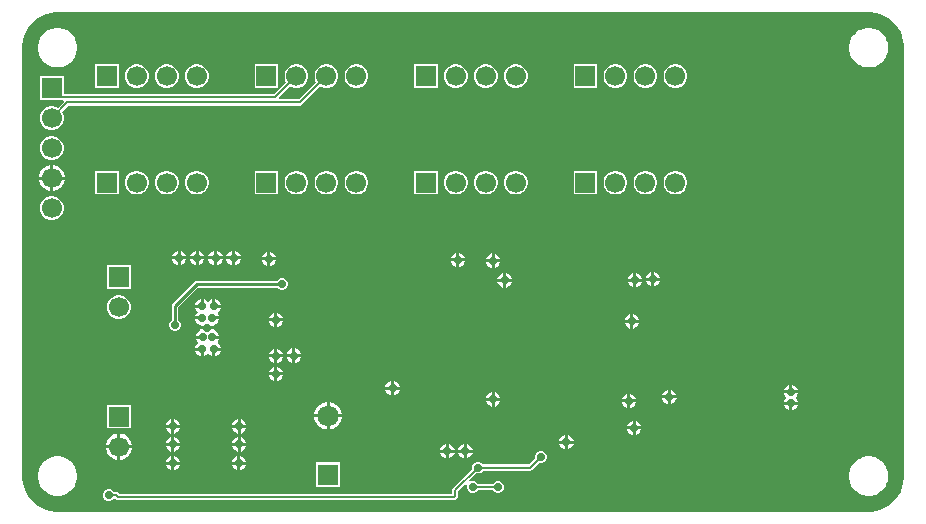
<source format=gbl>
G04*
G04 #@! TF.GenerationSoftware,Altium Limited,Altium Designer,24.0.1 (36)*
G04*
G04 Layer_Physical_Order=2*
G04 Layer_Color=12517376*
%FSLAX44Y44*%
%MOMM*%
G71*
G04*
G04 #@! TF.SameCoordinates,3FE1674D-11C2-4531-B8C6-FC8791136C40*
G04*
G04*
G04 #@! TF.FilePolarity,Positive*
G04*
G01*
G75*
%ADD10C,0.2540*%
%ADD15C,0.2032*%
%ADD46R,1.8000X1.8000*%
%ADD47C,1.8000*%
%ADD48C,1.7000*%
%ADD49R,1.7000X1.7000*%
%ADD50R,1.7000X1.7000*%
%ADD51C,0.7000*%
G36*
X1191833Y781197D02*
X1195632Y780179D01*
X1199265Y778674D01*
X1202671Y776708D01*
X1205791Y774314D01*
X1208572Y771533D01*
X1210966Y768413D01*
X1212932Y765007D01*
X1214437Y761374D01*
X1215455Y757575D01*
X1215968Y753676D01*
X1215968Y751710D01*
X1215968Y751710D01*
X1215968Y751710D01*
X1215968Y389020D01*
Y387053D01*
X1215455Y383154D01*
X1214437Y379356D01*
X1212932Y375723D01*
X1210966Y372317D01*
X1208572Y369197D01*
X1205791Y366416D01*
X1202671Y364022D01*
X1199265Y362056D01*
X1195632Y360551D01*
X1191833Y359533D01*
X1187934Y359020D01*
X1185968Y359020D01*
X499180Y359020D01*
X497214D01*
X493315Y359533D01*
X489516Y360551D01*
X485883Y362056D01*
X482477Y364022D01*
X479357Y366416D01*
X476577Y369197D01*
X474183Y372317D01*
X472216Y375723D01*
X470711Y379356D01*
X469693Y383154D01*
X469180Y387053D01*
Y389020D01*
X469180Y751710D01*
Y753676D01*
X469693Y757575D01*
X470711Y761374D01*
X472216Y765007D01*
X474183Y768413D01*
X476576Y771533D01*
X479357Y774314D01*
X482477Y776708D01*
X485883Y778674D01*
X489516Y780179D01*
X493315Y781197D01*
X497214Y781710D01*
X499180Y781710D01*
X499180Y781710D01*
X1185968Y781710D01*
X1187934D01*
X1191833Y781197D01*
D02*
G37*
%LPC*%
G36*
X1187445Y768360D02*
X1184491D01*
X1184334Y768295D01*
X1184169Y768328D01*
X1181271Y767751D01*
X1181130Y767658D01*
X1180961D01*
X1178232Y766527D01*
X1178112Y766407D01*
X1177946Y766374D01*
X1175490Y764733D01*
X1175396Y764592D01*
X1175240Y764528D01*
X1173150Y762438D01*
X1173086Y762282D01*
X1172945Y762188D01*
X1171304Y759732D01*
X1171271Y759566D01*
X1171151Y759446D01*
X1170021Y756717D01*
Y756548D01*
X1169927Y756407D01*
X1169350Y753509D01*
X1169383Y753344D01*
X1169318Y753187D01*
Y750233D01*
X1169383Y750077D01*
X1169350Y749911D01*
X1169927Y747013D01*
X1170021Y746872D01*
Y746703D01*
X1171151Y743974D01*
X1171271Y743854D01*
X1171304Y743688D01*
X1172945Y741232D01*
X1173086Y741138D01*
X1173150Y740982D01*
X1175240Y738892D01*
X1175396Y738828D01*
X1175490Y738687D01*
X1177946Y737046D01*
X1178112Y737013D01*
X1178232Y736893D01*
X1180961Y735762D01*
X1181130D01*
X1181271Y735669D01*
X1184169Y735092D01*
X1184334Y735125D01*
X1184491Y735061D01*
X1187445D01*
X1187601Y735125D01*
X1187767Y735092D01*
X1190665Y735669D01*
X1190806Y735762D01*
X1190975D01*
X1193704Y736893D01*
X1193824Y737013D01*
X1193990Y737046D01*
X1196446Y738687D01*
X1196540Y738828D01*
X1196696Y738892D01*
X1198786Y740982D01*
X1198850Y741138D01*
X1198991Y741232D01*
X1200632Y743688D01*
X1200665Y743854D01*
X1200785Y743974D01*
X1201916Y746703D01*
Y746872D01*
X1202010Y747013D01*
X1202586Y749911D01*
X1202553Y750077D01*
X1202618Y750233D01*
Y753187D01*
X1202553Y753344D01*
X1202586Y753509D01*
X1202010Y756407D01*
X1201916Y756548D01*
Y756717D01*
X1200785Y759446D01*
X1200665Y759566D01*
X1200632Y759732D01*
X1198991Y762188D01*
X1198850Y762282D01*
X1198786Y762438D01*
X1196696Y764528D01*
X1196540Y764592D01*
X1196446Y764733D01*
X1193990Y766374D01*
X1193824Y766407D01*
X1193704Y766527D01*
X1190975Y767658D01*
X1190806D01*
X1190665Y767751D01*
X1187767Y768328D01*
X1187601Y768295D01*
X1187445Y768360D01*
D02*
G37*
G36*
X500658Y768360D02*
X497703D01*
X497547Y768295D01*
X497381Y768328D01*
X494483Y767751D01*
X494342Y767658D01*
X494174D01*
X491444Y766527D01*
X491324Y766407D01*
X491158Y766374D01*
X488702Y764733D01*
X488608Y764592D01*
X488452Y764528D01*
X486362Y762438D01*
X486298Y762282D01*
X486157Y762188D01*
X484516Y759732D01*
X484483Y759566D01*
X484363Y759446D01*
X483233Y756717D01*
Y756548D01*
X483139Y756407D01*
X482562Y753509D01*
X482595Y753344D01*
X482531Y753187D01*
Y750233D01*
X482595Y750077D01*
X482562Y749911D01*
X483139Y747013D01*
X483233Y746872D01*
Y746703D01*
X484363Y743974D01*
X484483Y743854D01*
X484516Y743688D01*
X486157Y741232D01*
X486298Y741138D01*
X486362Y740982D01*
X488452Y738892D01*
X488608Y738828D01*
X488702Y738687D01*
X491158Y737046D01*
X491324Y737013D01*
X491444Y736893D01*
X494174Y735762D01*
X494342D01*
X494483Y735669D01*
X497381Y735092D01*
X497547Y735125D01*
X497703Y735061D01*
X500658D01*
X500814Y735125D01*
X500979Y735092D01*
X503877Y735669D01*
X504018Y735762D01*
X504187D01*
X506917Y736893D01*
X507036Y737013D01*
X507202Y737046D01*
X509659Y738687D01*
X509752Y738828D01*
X509908Y738892D01*
X511998Y740982D01*
X512062Y741138D01*
X512203Y741232D01*
X513844Y743688D01*
X513877Y743854D01*
X513997Y743974D01*
X515128Y746703D01*
Y746872D01*
X515222Y747013D01*
X515798Y749911D01*
X515765Y750077D01*
X515830Y750233D01*
Y753187D01*
X515765Y753344D01*
X515798Y753509D01*
X515222Y756407D01*
X515128Y756548D01*
Y756717D01*
X513997Y759446D01*
X513877Y759566D01*
X513844Y759732D01*
X512203Y762188D01*
X512062Y762282D01*
X511998Y762438D01*
X509908Y764528D01*
X509752Y764592D01*
X509659Y764733D01*
X507202Y766374D01*
X507036Y766407D01*
X506917Y766527D01*
X504187Y767658D01*
X504018D01*
X503877Y767751D01*
X500979Y768328D01*
X500814Y768295D01*
X500658Y768360D01*
D02*
G37*
G36*
X1023670Y737734D02*
X1021030D01*
X1018481Y737051D01*
X1016195Y735731D01*
X1014329Y733865D01*
X1013009Y731579D01*
X1012326Y729030D01*
Y726390D01*
X1013009Y723841D01*
X1014329Y721555D01*
X1016195Y719689D01*
X1018481Y718369D01*
X1021030Y717686D01*
X1023670D01*
X1026219Y718369D01*
X1028505Y719689D01*
X1030371Y721555D01*
X1031691Y723841D01*
X1032374Y726390D01*
Y729030D01*
X1031691Y731579D01*
X1030371Y733865D01*
X1028505Y735731D01*
X1026219Y737051D01*
X1023670Y737734D01*
D02*
G37*
G36*
X998270D02*
X995630D01*
X993081Y737051D01*
X990795Y735731D01*
X988929Y733865D01*
X987609Y731579D01*
X986926Y729030D01*
Y726390D01*
X987609Y723841D01*
X988929Y721555D01*
X990795Y719689D01*
X993081Y718369D01*
X995630Y717686D01*
X998270D01*
X1000819Y718369D01*
X1003105Y719689D01*
X1004971Y721555D01*
X1006291Y723841D01*
X1006974Y726390D01*
Y729030D01*
X1006291Y731579D01*
X1004971Y733865D01*
X1003105Y735731D01*
X1000819Y737051D01*
X998270Y737734D01*
D02*
G37*
G36*
X972870D02*
X970230D01*
X967681Y737051D01*
X965395Y735731D01*
X963529Y733865D01*
X962209Y731579D01*
X961526Y729030D01*
Y726390D01*
X962209Y723841D01*
X963529Y721555D01*
X965395Y719689D01*
X967681Y718369D01*
X970230Y717686D01*
X972870D01*
X975419Y718369D01*
X977705Y719689D01*
X979571Y721555D01*
X980891Y723841D01*
X981574Y726390D01*
Y729030D01*
X980891Y731579D01*
X979571Y733865D01*
X977705Y735731D01*
X975419Y737051D01*
X972870Y737734D01*
D02*
G37*
G36*
X956174D02*
X936126D01*
Y717686D01*
X956174D01*
Y737734D01*
D02*
G37*
G36*
X888626D02*
X885987D01*
X883438Y737051D01*
X881152Y735731D01*
X879286Y733865D01*
X877966Y731579D01*
X877283Y729030D01*
Y726390D01*
X877966Y723841D01*
X879286Y721555D01*
X881152Y719689D01*
X883438Y718369D01*
X885987Y717686D01*
X888626D01*
X891176Y718369D01*
X893462Y719689D01*
X895328Y721555D01*
X896647Y723841D01*
X897331Y726390D01*
Y729030D01*
X896647Y731579D01*
X895328Y733865D01*
X893462Y735731D01*
X891176Y737051D01*
X888626Y737734D01*
D02*
G37*
G36*
X863226D02*
X860587D01*
X858037Y737051D01*
X855752Y735731D01*
X853885Y733865D01*
X852566Y731579D01*
X851883Y729030D01*
Y726390D01*
X852566Y723841D01*
X853885Y721555D01*
X855752Y719689D01*
X858037Y718369D01*
X860587Y717686D01*
X863226D01*
X865776Y718369D01*
X868062Y719689D01*
X869928Y721555D01*
X871247Y723841D01*
X871931Y726390D01*
Y729030D01*
X871247Y731579D01*
X869928Y733865D01*
X868062Y735731D01*
X865776Y737051D01*
X863226Y737734D01*
D02*
G37*
G36*
X837826D02*
X835187D01*
X832637Y737051D01*
X830352Y735731D01*
X828485Y733865D01*
X827166Y731579D01*
X826483Y729030D01*
Y726390D01*
X827166Y723841D01*
X828485Y721555D01*
X830352Y719689D01*
X832637Y718369D01*
X835187Y717686D01*
X837826D01*
X840376Y718369D01*
X842662Y719689D01*
X844528Y721555D01*
X845847Y723841D01*
X846531Y726390D01*
Y729030D01*
X845847Y731579D01*
X844528Y733865D01*
X842662Y735731D01*
X840376Y737051D01*
X837826Y737734D01*
D02*
G37*
G36*
X821131D02*
X801083D01*
Y717686D01*
X821131D01*
Y737734D01*
D02*
G37*
G36*
X753583D02*
X750944D01*
X748394Y737051D01*
X746108Y735731D01*
X744242Y733865D01*
X742923Y731579D01*
X742239Y729030D01*
Y726390D01*
X742923Y723841D01*
X744242Y721555D01*
X746108Y719689D01*
X748394Y718369D01*
X750944Y717686D01*
X753583D01*
X756132Y718369D01*
X758418Y719689D01*
X760285Y721555D01*
X761604Y723841D01*
X762287Y726390D01*
Y729030D01*
X761604Y731579D01*
X760285Y733865D01*
X758418Y735731D01*
X756132Y737051D01*
X753583Y737734D01*
D02*
G37*
G36*
X728183D02*
X725544D01*
X722994Y737051D01*
X720708Y735731D01*
X718842Y733865D01*
X717523Y731579D01*
X716839Y729030D01*
Y726390D01*
X717523Y723841D01*
X718185Y722694D01*
X703439Y707948D01*
X687023D01*
X686537Y709121D01*
X696447Y719031D01*
X697594Y718369D01*
X700144Y717686D01*
X702783D01*
X705332Y718369D01*
X707618Y719689D01*
X709484Y721555D01*
X710804Y723841D01*
X711487Y726390D01*
Y729030D01*
X710804Y731579D01*
X709484Y733865D01*
X707618Y735731D01*
X705332Y737051D01*
X702783Y737734D01*
X700144D01*
X697594Y737051D01*
X695309Y735731D01*
X693442Y733865D01*
X692122Y731579D01*
X691439Y729030D01*
Y726390D01*
X692122Y723841D01*
X692785Y722694D01*
X687061Y716970D01*
X686087Y717793D01*
X686087Y718912D01*
Y737734D01*
X666039D01*
Y717686D01*
X684822D01*
X685981Y717686D01*
X686804Y716713D01*
X682357Y712266D01*
X504308D01*
Y727574D01*
X484260D01*
Y707526D01*
X501518D01*
X501641Y707502D01*
X501967Y707283D01*
X502958Y707086D01*
X503898D01*
X504384Y705913D01*
X499300Y700829D01*
X498153Y701491D01*
X495604Y702174D01*
X492964D01*
X490415Y701491D01*
X488129Y700171D01*
X486263Y698305D01*
X484943Y696019D01*
X484260Y693470D01*
Y690830D01*
X484943Y688281D01*
X486263Y685995D01*
X488129Y684129D01*
X490415Y682809D01*
X492964Y682126D01*
X495604D01*
X498153Y682809D01*
X500439Y684129D01*
X502305Y685995D01*
X503625Y688281D01*
X504308Y690830D01*
Y693470D01*
X503625Y696019D01*
X502963Y697166D01*
X508565Y702768D01*
X704511D01*
X705502Y702965D01*
X706343Y703527D01*
X721847Y719031D01*
X722994Y718369D01*
X725544Y717686D01*
X728183D01*
X730732Y718369D01*
X733018Y719689D01*
X734884Y721555D01*
X736204Y723841D01*
X736887Y726390D01*
Y729030D01*
X736204Y731579D01*
X734884Y733865D01*
X733018Y735731D01*
X730732Y737051D01*
X728183Y737734D01*
D02*
G37*
G36*
X618540D02*
X615900D01*
X613351Y737051D01*
X611065Y735731D01*
X609199Y733865D01*
X607879Y731579D01*
X607196Y729030D01*
Y726390D01*
X607879Y723841D01*
X609199Y721555D01*
X611065Y719689D01*
X613351Y718369D01*
X615900Y717686D01*
X618540D01*
X621089Y718369D01*
X623375Y719689D01*
X625241Y721555D01*
X626561Y723841D01*
X627244Y726390D01*
Y729030D01*
X626561Y731579D01*
X625241Y733865D01*
X623375Y735731D01*
X621089Y737051D01*
X618540Y737734D01*
D02*
G37*
G36*
X593140D02*
X590500D01*
X587951Y737051D01*
X585665Y735731D01*
X583799Y733865D01*
X582479Y731579D01*
X581796Y729030D01*
Y726390D01*
X582479Y723841D01*
X583799Y721555D01*
X585665Y719689D01*
X587951Y718369D01*
X590500Y717686D01*
X593140D01*
X595689Y718369D01*
X597975Y719689D01*
X599841Y721555D01*
X601161Y723841D01*
X601844Y726390D01*
Y729030D01*
X601161Y731579D01*
X599841Y733865D01*
X597975Y735731D01*
X595689Y737051D01*
X593140Y737734D01*
D02*
G37*
G36*
X567740D02*
X565100D01*
X562551Y737051D01*
X560265Y735731D01*
X558399Y733865D01*
X557079Y731579D01*
X556396Y729030D01*
Y726390D01*
X557079Y723841D01*
X558399Y721555D01*
X560265Y719689D01*
X562551Y718369D01*
X565100Y717686D01*
X567740D01*
X570289Y718369D01*
X572575Y719689D01*
X574441Y721555D01*
X575761Y723841D01*
X576444Y726390D01*
Y729030D01*
X575761Y731579D01*
X574441Y733865D01*
X572575Y735731D01*
X570289Y737051D01*
X567740Y737734D01*
D02*
G37*
G36*
X551044D02*
X530996D01*
Y717686D01*
X551044D01*
Y737734D01*
D02*
G37*
G36*
X495604Y676774D02*
X492964D01*
X490415Y676091D01*
X488129Y674771D01*
X486263Y672905D01*
X484943Y670619D01*
X484260Y668070D01*
Y665430D01*
X484943Y662881D01*
X486263Y660595D01*
X488129Y658729D01*
X490415Y657409D01*
X492964Y656726D01*
X495604D01*
X498153Y657409D01*
X500439Y658729D01*
X502305Y660595D01*
X503625Y662881D01*
X504308Y665430D01*
Y668070D01*
X503625Y670619D01*
X502305Y672905D01*
X500439Y674771D01*
X498153Y676091D01*
X495604Y676774D01*
D02*
G37*
G36*
X495737Y652390D02*
X495554D01*
Y642620D01*
X505324D01*
Y642803D01*
X504572Y645611D01*
X503118Y648129D01*
X501063Y650184D01*
X498545Y651638D01*
X495737Y652390D01*
D02*
G37*
G36*
X493014D02*
X492831D01*
X490023Y651638D01*
X487505Y650184D01*
X485450Y648129D01*
X483996Y645611D01*
X483244Y642803D01*
Y642620D01*
X493014D01*
Y652390D01*
D02*
G37*
G36*
X505324Y640080D02*
X495554D01*
Y630310D01*
X495737D01*
X498545Y631062D01*
X501063Y632516D01*
X503118Y634571D01*
X504572Y637089D01*
X505324Y639897D01*
Y640080D01*
D02*
G37*
G36*
X493014D02*
X483244D01*
Y639897D01*
X483996Y637089D01*
X485450Y634571D01*
X487505Y632516D01*
X490023Y631062D01*
X492831Y630310D01*
X493014D01*
Y640080D01*
D02*
G37*
G36*
X1023670Y647564D02*
X1021030D01*
X1018481Y646881D01*
X1016195Y645561D01*
X1014329Y643695D01*
X1013009Y641409D01*
X1012326Y638860D01*
Y636220D01*
X1013009Y633671D01*
X1014329Y631385D01*
X1016195Y629519D01*
X1018481Y628199D01*
X1021030Y627516D01*
X1023670D01*
X1026219Y628199D01*
X1028505Y629519D01*
X1030371Y631385D01*
X1031691Y633671D01*
X1032374Y636220D01*
Y638860D01*
X1031691Y641409D01*
X1030371Y643695D01*
X1028505Y645561D01*
X1026219Y646881D01*
X1023670Y647564D01*
D02*
G37*
G36*
X998270D02*
X995630D01*
X993081Y646881D01*
X990795Y645561D01*
X988929Y643695D01*
X987609Y641409D01*
X986926Y638860D01*
Y636220D01*
X987609Y633671D01*
X988929Y631385D01*
X990795Y629519D01*
X993081Y628199D01*
X995630Y627516D01*
X998270D01*
X1000819Y628199D01*
X1003105Y629519D01*
X1004971Y631385D01*
X1006291Y633671D01*
X1006974Y636220D01*
Y638860D01*
X1006291Y641409D01*
X1004971Y643695D01*
X1003105Y645561D01*
X1000819Y646881D01*
X998270Y647564D01*
D02*
G37*
G36*
X972870D02*
X970230D01*
X967681Y646881D01*
X965395Y645561D01*
X963529Y643695D01*
X962209Y641409D01*
X961526Y638860D01*
Y636220D01*
X962209Y633671D01*
X963529Y631385D01*
X965395Y629519D01*
X967681Y628199D01*
X970230Y627516D01*
X972870D01*
X975419Y628199D01*
X977705Y629519D01*
X979571Y631385D01*
X980891Y633671D01*
X981574Y636220D01*
Y638860D01*
X980891Y641409D01*
X979571Y643695D01*
X977705Y645561D01*
X975419Y646881D01*
X972870Y647564D01*
D02*
G37*
G36*
X956174D02*
X936126D01*
Y627516D01*
X956174D01*
Y647564D01*
D02*
G37*
G36*
X888626D02*
X885987D01*
X883438Y646881D01*
X881152Y645561D01*
X879286Y643695D01*
X877966Y641409D01*
X877283Y638860D01*
Y636220D01*
X877966Y633671D01*
X879286Y631385D01*
X881152Y629519D01*
X883438Y628199D01*
X885987Y627516D01*
X888626D01*
X891176Y628199D01*
X893462Y629519D01*
X895328Y631385D01*
X896647Y633671D01*
X897331Y636220D01*
Y638860D01*
X896647Y641409D01*
X895328Y643695D01*
X893462Y645561D01*
X891176Y646881D01*
X888626Y647564D01*
D02*
G37*
G36*
X863226D02*
X860587D01*
X858037Y646881D01*
X855752Y645561D01*
X853885Y643695D01*
X852566Y641409D01*
X851883Y638860D01*
Y636220D01*
X852566Y633671D01*
X853885Y631385D01*
X855752Y629519D01*
X858037Y628199D01*
X860587Y627516D01*
X863226D01*
X865776Y628199D01*
X868062Y629519D01*
X869928Y631385D01*
X871247Y633671D01*
X871931Y636220D01*
Y638860D01*
X871247Y641409D01*
X869928Y643695D01*
X868062Y645561D01*
X865776Y646881D01*
X863226Y647564D01*
D02*
G37*
G36*
X837826D02*
X835187D01*
X832637Y646881D01*
X830352Y645561D01*
X828485Y643695D01*
X827166Y641409D01*
X826483Y638860D01*
Y636220D01*
X827166Y633671D01*
X828485Y631385D01*
X830352Y629519D01*
X832637Y628199D01*
X835187Y627516D01*
X837826D01*
X840376Y628199D01*
X842662Y629519D01*
X844528Y631385D01*
X845847Y633671D01*
X846531Y636220D01*
Y638860D01*
X845847Y641409D01*
X844528Y643695D01*
X842662Y645561D01*
X840376Y646881D01*
X837826Y647564D01*
D02*
G37*
G36*
X821131D02*
X801083D01*
Y627516D01*
X821131D01*
Y647564D01*
D02*
G37*
G36*
X753583D02*
X750944D01*
X748394Y646881D01*
X746108Y645561D01*
X744242Y643695D01*
X742923Y641409D01*
X742239Y638860D01*
Y636220D01*
X742923Y633671D01*
X744242Y631385D01*
X746108Y629519D01*
X748394Y628199D01*
X750944Y627516D01*
X753583D01*
X756132Y628199D01*
X758418Y629519D01*
X760285Y631385D01*
X761604Y633671D01*
X762287Y636220D01*
Y638860D01*
X761604Y641409D01*
X760285Y643695D01*
X758418Y645561D01*
X756132Y646881D01*
X753583Y647564D01*
D02*
G37*
G36*
X728183D02*
X725544D01*
X722994Y646881D01*
X720708Y645561D01*
X718842Y643695D01*
X717523Y641409D01*
X716839Y638860D01*
Y636220D01*
X717523Y633671D01*
X718842Y631385D01*
X720708Y629519D01*
X722994Y628199D01*
X725544Y627516D01*
X728183D01*
X730732Y628199D01*
X733018Y629519D01*
X734884Y631385D01*
X736204Y633671D01*
X736887Y636220D01*
Y638860D01*
X736204Y641409D01*
X734884Y643695D01*
X733018Y645561D01*
X730732Y646881D01*
X728183Y647564D01*
D02*
G37*
G36*
X702783D02*
X700144D01*
X697594Y646881D01*
X695309Y645561D01*
X693442Y643695D01*
X692122Y641409D01*
X691439Y638860D01*
Y636220D01*
X692122Y633671D01*
X693442Y631385D01*
X695309Y629519D01*
X697594Y628199D01*
X700144Y627516D01*
X702783D01*
X705332Y628199D01*
X707618Y629519D01*
X709484Y631385D01*
X710804Y633671D01*
X711487Y636220D01*
Y638860D01*
X710804Y641409D01*
X709484Y643695D01*
X707618Y645561D01*
X705332Y646881D01*
X702783Y647564D01*
D02*
G37*
G36*
X686087D02*
X666039D01*
Y627516D01*
X686087D01*
Y647564D01*
D02*
G37*
G36*
X618540D02*
X615900D01*
X613351Y646881D01*
X611065Y645561D01*
X609199Y643695D01*
X607879Y641409D01*
X607196Y638860D01*
Y636220D01*
X607879Y633671D01*
X609199Y631385D01*
X611065Y629519D01*
X613351Y628199D01*
X615900Y627516D01*
X618540D01*
X621089Y628199D01*
X623375Y629519D01*
X625241Y631385D01*
X626561Y633671D01*
X627244Y636220D01*
Y638860D01*
X626561Y641409D01*
X625241Y643695D01*
X623375Y645561D01*
X621089Y646881D01*
X618540Y647564D01*
D02*
G37*
G36*
X593140D02*
X590500D01*
X587951Y646881D01*
X585665Y645561D01*
X583799Y643695D01*
X582479Y641409D01*
X581796Y638860D01*
Y636220D01*
X582479Y633671D01*
X583799Y631385D01*
X585665Y629519D01*
X587951Y628199D01*
X590500Y627516D01*
X593140D01*
X595689Y628199D01*
X597975Y629519D01*
X599841Y631385D01*
X601161Y633671D01*
X601844Y636220D01*
Y638860D01*
X601161Y641409D01*
X599841Y643695D01*
X597975Y645561D01*
X595689Y646881D01*
X593140Y647564D01*
D02*
G37*
G36*
X567740D02*
X565100D01*
X562551Y646881D01*
X560265Y645561D01*
X558399Y643695D01*
X557079Y641409D01*
X556396Y638860D01*
Y636220D01*
X557079Y633671D01*
X558399Y631385D01*
X560265Y629519D01*
X562551Y628199D01*
X565100Y627516D01*
X567740D01*
X570289Y628199D01*
X572575Y629519D01*
X574441Y631385D01*
X575761Y633671D01*
X576444Y636220D01*
Y638860D01*
X575761Y641409D01*
X574441Y643695D01*
X572575Y645561D01*
X570289Y646881D01*
X567740Y647564D01*
D02*
G37*
G36*
X551044D02*
X530996D01*
Y627516D01*
X551044D01*
Y647564D01*
D02*
G37*
G36*
X495604Y625974D02*
X492964D01*
X490415Y625291D01*
X488129Y623971D01*
X486263Y622105D01*
X484943Y619819D01*
X484260Y617270D01*
Y614630D01*
X484943Y612081D01*
X486263Y609795D01*
X488129Y607929D01*
X490415Y606609D01*
X492964Y605926D01*
X495604D01*
X498153Y606609D01*
X500439Y607929D01*
X502305Y609795D01*
X503625Y612081D01*
X504308Y614630D01*
Y617270D01*
X503625Y619819D01*
X502305Y622105D01*
X500439Y623971D01*
X498153Y625291D01*
X495604Y625974D01*
D02*
G37*
G36*
X649478Y579798D02*
Y575056D01*
X654220D01*
X653328Y577207D01*
X651629Y578907D01*
X649478Y579798D01*
D02*
G37*
G36*
X646938D02*
X644787Y578907D01*
X643087Y577207D01*
X642196Y575056D01*
X646938D01*
Y579798D01*
D02*
G37*
G36*
X634238D02*
Y575056D01*
X638980D01*
X638088Y577207D01*
X636389Y578907D01*
X634238Y579798D01*
D02*
G37*
G36*
X631698D02*
X629547Y578907D01*
X627848Y577207D01*
X626956Y575056D01*
X631698D01*
Y579798D01*
D02*
G37*
G36*
X618744D02*
Y575056D01*
X623486D01*
X622594Y577207D01*
X620895Y578907D01*
X618744Y579798D01*
D02*
G37*
G36*
X616204D02*
X614053Y578907D01*
X612354Y577207D01*
X611462Y575056D01*
X616204D01*
Y579798D01*
D02*
G37*
G36*
X603504D02*
Y575056D01*
X608246D01*
X607355Y577207D01*
X605655Y578907D01*
X603504Y579798D01*
D02*
G37*
G36*
X600964D02*
X598813Y578907D01*
X597113Y577207D01*
X596222Y575056D01*
X600964D01*
Y579798D01*
D02*
G37*
G36*
X679196Y579152D02*
Y574410D01*
X683938D01*
X683046Y576561D01*
X681347Y578260D01*
X679196Y579152D01*
D02*
G37*
G36*
X676656D02*
X674505Y578260D01*
X672806Y576561D01*
X671914Y574410D01*
X676656D01*
Y579152D01*
D02*
G37*
G36*
X839216Y578020D02*
Y573278D01*
X843958D01*
X843066Y575429D01*
X841367Y577128D01*
X839216Y578020D01*
D02*
G37*
G36*
X836676D02*
X834525Y577128D01*
X832825Y575429D01*
X831934Y573278D01*
X836676D01*
Y578020D01*
D02*
G37*
G36*
X869442Y577512D02*
Y572770D01*
X874184D01*
X873292Y574921D01*
X871593Y576620D01*
X869442Y577512D01*
D02*
G37*
G36*
X866902D02*
X864751Y576620D01*
X863052Y574921D01*
X862160Y572770D01*
X866902D01*
Y577512D01*
D02*
G37*
G36*
X654220Y572516D02*
X649478D01*
Y567774D01*
X651629Y568666D01*
X653328Y570365D01*
X654220Y572516D01*
D02*
G37*
G36*
X646938D02*
X642196D01*
X643087Y570365D01*
X644787Y568666D01*
X646938Y567774D01*
Y572516D01*
D02*
G37*
G36*
X638980D02*
X634238D01*
Y567774D01*
X636389Y568666D01*
X638088Y570365D01*
X638980Y572516D01*
D02*
G37*
G36*
X631698D02*
X626956D01*
X627848Y570365D01*
X629547Y568666D01*
X631698Y567774D01*
Y572516D01*
D02*
G37*
G36*
X623486D02*
X618744D01*
Y567774D01*
X620895Y568666D01*
X622594Y570365D01*
X623486Y572516D01*
D02*
G37*
G36*
X616204D02*
X611462D01*
X612354Y570365D01*
X614053Y568666D01*
X616204Y567774D01*
Y572516D01*
D02*
G37*
G36*
X608246D02*
X603504D01*
Y567774D01*
X605655Y568666D01*
X607355Y570365D01*
X608246Y572516D01*
D02*
G37*
G36*
X600964D02*
X596222D01*
X597113Y570365D01*
X598813Y568666D01*
X600964Y567774D01*
Y572516D01*
D02*
G37*
G36*
X683938Y571870D02*
X679196D01*
Y567128D01*
X681347Y568019D01*
X683046Y569719D01*
X683938Y571870D01*
D02*
G37*
G36*
X676656D02*
X671914D01*
X672806Y569719D01*
X674505Y568019D01*
X676656Y567128D01*
Y571870D01*
D02*
G37*
G36*
X843958Y570738D02*
X839216D01*
Y565996D01*
X841367Y566888D01*
X843066Y568587D01*
X843958Y570738D01*
D02*
G37*
G36*
X836676D02*
X831934D01*
X832825Y568587D01*
X834525Y566888D01*
X836676Y565996D01*
Y570738D01*
D02*
G37*
G36*
X874184Y570230D02*
X869442D01*
Y565488D01*
X871593Y566380D01*
X873292Y568079D01*
X874184Y570230D01*
D02*
G37*
G36*
X866902D02*
X862160D01*
X863052Y568079D01*
X864751Y566380D01*
X866902Y565488D01*
Y570230D01*
D02*
G37*
G36*
X1004316Y561764D02*
Y557022D01*
X1009058D01*
X1008167Y559173D01*
X1006467Y560872D01*
X1004316Y561764D01*
D02*
G37*
G36*
X1001776D02*
X999625Y560872D01*
X997925Y559173D01*
X997034Y557022D01*
X1001776D01*
Y561764D01*
D02*
G37*
G36*
X989330Y561002D02*
Y556260D01*
X994072D01*
X993180Y558411D01*
X991481Y560111D01*
X989330Y561002D01*
D02*
G37*
G36*
X986790D02*
X984639Y560111D01*
X982940Y558411D01*
X982048Y556260D01*
X986790D01*
Y561002D01*
D02*
G37*
G36*
X878979Y560683D02*
Y555942D01*
X883721D01*
X882830Y558093D01*
X881130Y559792D01*
X878979Y560683D01*
D02*
G37*
G36*
X876439D02*
X874288Y559792D01*
X872589Y558093D01*
X871697Y555942D01*
X876439D01*
Y560683D01*
D02*
G37*
G36*
X690355Y556458D02*
X688357D01*
X686510Y555693D01*
X685100Y554283D01*
X616966D01*
X616966Y554283D01*
X615876Y554066D01*
X614952Y553448D01*
X614952Y553448D01*
X596664Y535160D01*
X596046Y534236D01*
X595829Y533146D01*
X595829Y533146D01*
Y521146D01*
X594419Y519736D01*
X593654Y517889D01*
Y515891D01*
X594419Y514044D01*
X595832Y512631D01*
X597679Y511866D01*
X599677D01*
X601524Y512631D01*
X602937Y514044D01*
X603702Y515891D01*
Y517889D01*
X602937Y519736D01*
X601527Y521146D01*
Y531966D01*
X618146Y548585D01*
X685100D01*
X686510Y547175D01*
X688357Y546410D01*
X690355D01*
X692202Y547175D01*
X693615Y548588D01*
X694380Y550435D01*
Y552433D01*
X693615Y554280D01*
X692202Y555693D01*
X690355Y556458D01*
D02*
G37*
G36*
X1009058Y554482D02*
X1004316D01*
Y549740D01*
X1006467Y550631D01*
X1008167Y552331D01*
X1009058Y554482D01*
D02*
G37*
G36*
X1001776D02*
X997034D01*
X997925Y552331D01*
X999625Y550631D01*
X1001776Y549740D01*
Y554482D01*
D02*
G37*
G36*
X994072Y553720D02*
X989330D01*
Y548978D01*
X991481Y549869D01*
X993180Y551569D01*
X994072Y553720D01*
D02*
G37*
G36*
X986790D02*
X982048D01*
X982940Y551569D01*
X984639Y549869D01*
X986790Y548978D01*
Y553720D01*
D02*
G37*
G36*
X883721Y553402D02*
X878979D01*
Y548660D01*
X881130Y549551D01*
X882830Y551250D01*
X883721Y553402D01*
D02*
G37*
G36*
X876439D02*
X871697D01*
X872589Y551250D01*
X874288Y549551D01*
X876439Y548660D01*
Y553402D01*
D02*
G37*
G36*
X561204Y567554D02*
X541156D01*
Y547506D01*
X561204D01*
Y567554D01*
D02*
G37*
G36*
X630401Y538991D02*
X628250Y538100D01*
X626771Y536622D01*
X625293Y538100D01*
X623141Y538991D01*
Y532980D01*
X621871D01*
Y531710D01*
X615860D01*
X616751Y529558D01*
X618160Y528149D01*
X616671Y526661D01*
X615780Y524510D01*
X621792D01*
Y521970D01*
X615780D01*
X616671Y519819D01*
X618371Y518120D01*
X620378Y517288D01*
X619860Y516038D01*
X631883D01*
X631413Y517172D01*
X633087Y517865D01*
X634786Y519565D01*
X635678Y521716D01*
X629666D01*
Y524256D01*
X635678D01*
X634786Y526407D01*
X634658Y526536D01*
X634905Y527782D01*
X635092Y527859D01*
X636791Y529558D01*
X637682Y531710D01*
X631671D01*
Y532980D01*
X630401D01*
Y538991D01*
D02*
G37*
G36*
X632941D02*
Y534250D01*
X637682D01*
X636791Y536401D01*
X635092Y538100D01*
X632941Y538991D01*
D02*
G37*
G36*
X620601D02*
X618450Y538100D01*
X616751Y536401D01*
X615860Y534250D01*
X620601D01*
Y538991D01*
D02*
G37*
G36*
X685408Y527220D02*
Y522478D01*
X690150D01*
X689258Y524629D01*
X687559Y526329D01*
X685408Y527220D01*
D02*
G37*
G36*
X682868D02*
X680717Y526329D01*
X679017Y524629D01*
X678126Y522478D01*
X682868D01*
Y527220D01*
D02*
G37*
G36*
X552500Y542154D02*
X549860D01*
X547311Y541471D01*
X545025Y540151D01*
X543159Y538285D01*
X541839Y535999D01*
X541156Y533450D01*
Y530810D01*
X541839Y528261D01*
X543159Y525975D01*
X545025Y524109D01*
X547311Y522789D01*
X549860Y522106D01*
X552500D01*
X555049Y522789D01*
X557335Y524109D01*
X559201Y525975D01*
X560521Y528261D01*
X561204Y530810D01*
Y533450D01*
X560521Y535999D01*
X559201Y538285D01*
X557335Y540151D01*
X555049Y541471D01*
X552500Y542154D01*
D02*
G37*
G36*
X986790Y525962D02*
Y521220D01*
X991532D01*
X990640Y523371D01*
X988941Y525070D01*
X986790Y525962D01*
D02*
G37*
G36*
X984250D02*
X982099Y525070D01*
X980399Y523371D01*
X979508Y521220D01*
X984250D01*
Y525962D01*
D02*
G37*
G36*
X690150Y519938D02*
X685408D01*
Y515196D01*
X687559Y516087D01*
X689258Y517787D01*
X690150Y519938D01*
D02*
G37*
G36*
X682868D02*
X678126D01*
X679017Y517787D01*
X680717Y516087D01*
X682868Y515196D01*
Y519938D01*
D02*
G37*
G36*
X991532Y518680D02*
X986790D01*
Y513938D01*
X988941Y514830D01*
X990640Y516529D01*
X991532Y518680D01*
D02*
G37*
G36*
X984250D02*
X979508D01*
X980399Y516529D01*
X982099Y514830D01*
X984250Y513938D01*
Y518680D01*
D02*
G37*
G36*
X700648Y497110D02*
Y492368D01*
X705390D01*
X704499Y494519D01*
X702799Y496218D01*
X700648Y497110D01*
D02*
G37*
G36*
X698108D02*
X695957Y496218D01*
X694258Y494519D01*
X693366Y492368D01*
X698108D01*
Y497110D01*
D02*
G37*
G36*
X685408Y496740D02*
Y491998D01*
X690150D01*
X689258Y494149D01*
X687559Y495849D01*
X685408Y496740D01*
D02*
G37*
G36*
X682868D02*
X680717Y495849D01*
X679017Y494149D01*
X678126Y491998D01*
X682868D01*
Y496740D01*
D02*
G37*
G36*
X637682Y495286D02*
X632941D01*
Y490544D01*
X635092Y491435D01*
X636791Y493134D01*
X637682Y495286D01*
D02*
G37*
G36*
X631883Y513498D02*
X619860D01*
X620261Y512528D01*
X618625Y511851D01*
X616926Y510151D01*
X616034Y508000D01*
X622046D01*
Y505460D01*
X616034D01*
X616926Y503309D01*
X618468Y501766D01*
X618450Y501676D01*
X616751Y499977D01*
X615860Y497826D01*
X621871D01*
Y496556D01*
X623141D01*
Y490544D01*
X625293Y491435D01*
X626771Y492914D01*
X628250Y491435D01*
X630401Y490544D01*
Y496556D01*
X631671D01*
Y497826D01*
X637682D01*
X636791Y499977D01*
X635092Y501676D01*
X634957Y501732D01*
X634710Y502978D01*
X634786Y503055D01*
X635678Y505206D01*
X629666D01*
Y507746D01*
X635678D01*
X634786Y509897D01*
X633087Y511596D01*
X631387Y512301D01*
X631883Y513498D01*
D02*
G37*
G36*
X620601Y495286D02*
X615860D01*
X616751Y493134D01*
X618450Y491435D01*
X620601Y490544D01*
Y495286D01*
D02*
G37*
G36*
X705390Y489828D02*
X700648D01*
Y485086D01*
X702799Y485978D01*
X704499Y487677D01*
X705390Y489828D01*
D02*
G37*
G36*
X698108D02*
X693366D01*
X694258Y487677D01*
X695957Y485978D01*
X698108Y485086D01*
Y489828D01*
D02*
G37*
G36*
X690150Y489458D02*
X685408D01*
Y484716D01*
X687559Y485607D01*
X689258Y487307D01*
X690150Y489458D01*
D02*
G37*
G36*
X682868D02*
X678126D01*
X679017Y487307D01*
X680717Y485607D01*
X682868Y484716D01*
Y489458D01*
D02*
G37*
G36*
X685408Y481500D02*
Y476758D01*
X690150D01*
X689258Y478909D01*
X687559Y480608D01*
X685408Y481500D01*
D02*
G37*
G36*
X682868D02*
X680717Y480608D01*
X679017Y478909D01*
X678126Y476758D01*
X682868D01*
Y481500D01*
D02*
G37*
G36*
X690150Y474218D02*
X685408D01*
Y469476D01*
X687559Y470368D01*
X689258Y472067D01*
X690150Y474218D01*
D02*
G37*
G36*
X682868D02*
X678126D01*
X679017Y472067D01*
X680717Y470368D01*
X682868Y469476D01*
Y474218D01*
D02*
G37*
G36*
X784098Y469562D02*
Y464820D01*
X788840D01*
X787949Y466971D01*
X786249Y468671D01*
X784098Y469562D01*
D02*
G37*
G36*
X781558D02*
X779407Y468671D01*
X777708Y466971D01*
X776816Y464820D01*
X781558D01*
Y469562D01*
D02*
G37*
G36*
X1121156Y466514D02*
Y461772D01*
X1125898D01*
X1125006Y463923D01*
X1123307Y465622D01*
X1121156Y466514D01*
D02*
G37*
G36*
X1118616D02*
X1116465Y465622D01*
X1114765Y463923D01*
X1113874Y461772D01*
X1118616D01*
Y466514D01*
D02*
G37*
G36*
X788840Y462280D02*
X784098D01*
Y457538D01*
X786249Y458429D01*
X787949Y460129D01*
X788840Y462280D01*
D02*
G37*
G36*
X781558D02*
X776816D01*
X777708Y460129D01*
X779407Y458429D01*
X781558Y457538D01*
Y462280D01*
D02*
G37*
G36*
X1018540Y462196D02*
Y457454D01*
X1023282D01*
X1022391Y459605D01*
X1020691Y461305D01*
X1018540Y462196D01*
D02*
G37*
G36*
X1016000D02*
X1013849Y461305D01*
X1012150Y459605D01*
X1011258Y457454D01*
X1016000D01*
Y462196D01*
D02*
G37*
G36*
X869442Y459910D02*
Y455168D01*
X874184D01*
X873292Y457319D01*
X871593Y459019D01*
X869442Y459910D01*
D02*
G37*
G36*
X866902D02*
X864751Y459019D01*
X863052Y457319D01*
X862160Y455168D01*
X866902D01*
Y459910D01*
D02*
G37*
G36*
X984250Y458628D02*
Y453886D01*
X988992D01*
X988101Y456037D01*
X986401Y457736D01*
X984250Y458628D01*
D02*
G37*
G36*
X981710D02*
X979559Y457736D01*
X977859Y456037D01*
X976968Y453886D01*
X981710D01*
Y458628D01*
D02*
G37*
G36*
X1125898Y459232D02*
X1113874D01*
X1114765Y457081D01*
X1116297Y455549D01*
X1114765Y454017D01*
X1113874Y451866D01*
X1125898D01*
X1125006Y454017D01*
X1123475Y455549D01*
X1125006Y457081D01*
X1125898Y459232D01*
D02*
G37*
G36*
X1023282Y454914D02*
X1018540D01*
Y450172D01*
X1020691Y451063D01*
X1022391Y452763D01*
X1023282Y454914D01*
D02*
G37*
G36*
X1016000D02*
X1011258D01*
X1012150Y452763D01*
X1013849Y451063D01*
X1016000Y450172D01*
Y454914D01*
D02*
G37*
G36*
X874184Y452628D02*
X869442D01*
Y447886D01*
X871593Y448778D01*
X873292Y450477D01*
X874184Y452628D01*
D02*
G37*
G36*
X866902D02*
X862160D01*
X863052Y450477D01*
X864751Y448778D01*
X866902Y447886D01*
Y452628D01*
D02*
G37*
G36*
X988992Y451346D02*
X984250D01*
Y446604D01*
X986401Y447495D01*
X988101Y449195D01*
X988992Y451346D01*
D02*
G37*
G36*
X981710D02*
X976968D01*
X977859Y449195D01*
X979559Y447495D01*
X981710Y446604D01*
Y451346D01*
D02*
G37*
G36*
X1125898Y449326D02*
X1121156D01*
Y444584D01*
X1123307Y445476D01*
X1125006Y447175D01*
X1125898Y449326D01*
D02*
G37*
G36*
X1118616D02*
X1113874D01*
X1114765Y447175D01*
X1116465Y445476D01*
X1118616Y444584D01*
Y449326D01*
D02*
G37*
G36*
X729737Y451576D02*
X729488D01*
Y441306D01*
X739758D01*
Y441555D01*
X738971Y444490D01*
X737452Y447122D01*
X735304Y449270D01*
X732672Y450789D01*
X729737Y451576D01*
D02*
G37*
G36*
X726948D02*
X726699D01*
X723764Y450789D01*
X721132Y449270D01*
X718984Y447122D01*
X717465Y444490D01*
X716678Y441555D01*
Y441306D01*
X726948D01*
Y451576D01*
D02*
G37*
G36*
X654188Y437050D02*
Y432308D01*
X658930D01*
X658038Y434459D01*
X656339Y436158D01*
X654188Y437050D01*
D02*
G37*
G36*
X651648D02*
X649497Y436158D01*
X647797Y434459D01*
X646906Y432308D01*
X651648D01*
Y437050D01*
D02*
G37*
G36*
X598054D02*
Y432308D01*
X602796D01*
X601904Y434459D01*
X600205Y436158D01*
X598054Y437050D01*
D02*
G37*
G36*
X595514D02*
X593363Y436158D01*
X591664Y434459D01*
X590772Y432308D01*
X595514D01*
Y437050D01*
D02*
G37*
G36*
X988568Y435780D02*
Y431038D01*
X993310D01*
X992419Y433189D01*
X990719Y434888D01*
X988568Y435780D01*
D02*
G37*
G36*
X986028D02*
X983877Y434888D01*
X982178Y433189D01*
X981286Y431038D01*
X986028D01*
Y435780D01*
D02*
G37*
G36*
X561204Y449444D02*
X541156D01*
Y429396D01*
X561204D01*
Y449444D01*
D02*
G37*
G36*
X739758Y438766D02*
X729488D01*
Y428496D01*
X729737D01*
X732672Y429282D01*
X735304Y430802D01*
X737452Y432950D01*
X738971Y435582D01*
X739758Y438517D01*
Y438766D01*
D02*
G37*
G36*
X726948D02*
X716678D01*
Y438517D01*
X717465Y435582D01*
X718984Y432950D01*
X721132Y430802D01*
X723764Y429282D01*
X726699Y428496D01*
X726948D01*
Y438766D01*
D02*
G37*
G36*
X658930Y429768D02*
X654188D01*
Y425026D01*
X656339Y425918D01*
X658038Y427617D01*
X658930Y429768D01*
D02*
G37*
G36*
X651648D02*
X646906D01*
X647797Y427617D01*
X649497Y425918D01*
X651648Y425026D01*
Y429768D01*
D02*
G37*
G36*
X602796D02*
X598054D01*
Y425026D01*
X600205Y425918D01*
X601904Y427617D01*
X602796Y429768D01*
D02*
G37*
G36*
X595514D02*
X590772D01*
X591664Y427617D01*
X593363Y425918D01*
X595514Y425026D01*
Y429768D01*
D02*
G37*
G36*
X993310Y428498D02*
X988568D01*
Y423756D01*
X990719Y424647D01*
X992419Y426347D01*
X993310Y428498D01*
D02*
G37*
G36*
X986028D02*
X981286D01*
X982178Y426347D01*
X983877Y424647D01*
X986028Y423756D01*
Y428498D01*
D02*
G37*
G36*
X931347Y423847D02*
Y419105D01*
X936089D01*
X935198Y421256D01*
X933499Y422955D01*
X931347Y423847D01*
D02*
G37*
G36*
X928807D02*
X926656Y422955D01*
X924957Y421256D01*
X924066Y419105D01*
X928807D01*
Y423847D01*
D02*
G37*
G36*
X654188Y421810D02*
Y417068D01*
X658930D01*
X658038Y419219D01*
X656339Y420919D01*
X654188Y421810D01*
D02*
G37*
G36*
X651648D02*
X649497Y420919D01*
X647797Y419219D01*
X646906Y417068D01*
X651648D01*
Y421810D01*
D02*
G37*
G36*
X598054D02*
Y417068D01*
X602796D01*
X601904Y419219D01*
X600205Y420919D01*
X598054Y421810D01*
D02*
G37*
G36*
X595514D02*
X593363Y420919D01*
X591664Y419219D01*
X590772Y417068D01*
X595514D01*
Y421810D01*
D02*
G37*
G36*
X552633Y425060D02*
X552450D01*
Y415290D01*
X562220D01*
Y415473D01*
X561468Y418281D01*
X560014Y420799D01*
X557959Y422854D01*
X555441Y424308D01*
X552633Y425060D01*
D02*
G37*
G36*
X549910D02*
X549727D01*
X546919Y424308D01*
X544401Y422854D01*
X542346Y420799D01*
X540892Y418281D01*
X540140Y415473D01*
Y415290D01*
X549910D01*
Y425060D01*
D02*
G37*
G36*
X936089Y416565D02*
X931347D01*
Y411823D01*
X933499Y412715D01*
X935198Y414413D01*
X936089Y416565D01*
D02*
G37*
G36*
X928807D02*
X924066D01*
X924957Y414413D01*
X926656Y412715D01*
X928807Y411823D01*
Y416565D01*
D02*
G37*
G36*
X845820Y416084D02*
Y411342D01*
X850562D01*
X849670Y413493D01*
X847971Y415192D01*
X845820Y416084D01*
D02*
G37*
G36*
X843280D02*
X841129Y415192D01*
X839429Y413493D01*
X838538Y411342D01*
X843280D01*
Y416084D01*
D02*
G37*
G36*
X830580D02*
Y411342D01*
X835322D01*
X834430Y413493D01*
X832731Y415192D01*
X830580Y416084D01*
D02*
G37*
G36*
X828040D02*
X825889Y415192D01*
X824190Y413493D01*
X823298Y411342D01*
X828040D01*
Y416084D01*
D02*
G37*
G36*
X658930Y414528D02*
X654188D01*
Y409786D01*
X656339Y410677D01*
X658038Y412377D01*
X658930Y414528D01*
D02*
G37*
G36*
X651648D02*
X646906D01*
X647797Y412377D01*
X649497Y410677D01*
X651648Y409786D01*
Y414528D01*
D02*
G37*
G36*
X602796D02*
X598054D01*
Y409786D01*
X600205Y410677D01*
X601904Y412377D01*
X602796Y414528D01*
D02*
G37*
G36*
X595514D02*
X590772D01*
X591664Y412377D01*
X593363Y410677D01*
X595514Y409786D01*
Y414528D01*
D02*
G37*
G36*
X1187445Y405669D02*
X1184491D01*
X1184334Y405605D01*
X1184169Y405638D01*
X1181271Y405061D01*
X1181130Y404967D01*
X1180961D01*
X1178232Y403837D01*
X1178112Y403717D01*
X1177946Y403684D01*
X1175490Y402043D01*
X1175396Y401902D01*
X1175240Y401837D01*
X1173150Y399748D01*
X1173086Y399592D01*
X1172945Y399498D01*
X1171304Y397041D01*
X1171271Y396875D01*
X1171151Y396756D01*
X1170021Y394026D01*
Y393857D01*
X1169927Y393717D01*
X1169350Y390819D01*
X1169383Y390653D01*
X1169318Y390497D01*
Y387542D01*
X1169383Y387386D01*
X1169350Y387220D01*
X1169927Y384323D01*
X1170021Y384182D01*
Y384013D01*
X1171151Y381283D01*
X1171271Y381164D01*
X1171304Y380998D01*
X1172945Y378541D01*
X1173086Y378447D01*
X1173150Y378291D01*
X1175240Y376202D01*
X1175396Y376137D01*
X1175490Y375997D01*
X1177946Y374355D01*
X1178112Y374322D01*
X1178232Y374203D01*
X1180961Y373072D01*
X1181130D01*
X1181271Y372978D01*
X1184169Y372402D01*
X1184334Y372435D01*
X1184491Y372370D01*
X1187445D01*
X1187601Y372435D01*
X1187767Y372402D01*
X1190665Y372978D01*
X1190806Y373072D01*
X1190975D01*
X1193704Y374203D01*
X1193824Y374322D01*
X1193990Y374355D01*
X1196446Y375997D01*
X1196540Y376137D01*
X1196696Y376202D01*
X1198786Y378291D01*
X1198850Y378447D01*
X1198991Y378541D01*
X1200632Y380998D01*
X1200665Y381164D01*
X1200785Y381283D01*
X1201916Y384013D01*
Y384182D01*
X1202010Y384323D01*
X1202586Y387220D01*
X1202553Y387386D01*
X1202618Y387542D01*
Y390497D01*
X1202553Y390653D01*
X1202586Y390819D01*
X1202010Y393717D01*
X1201916Y393857D01*
Y394026D01*
X1200785Y396756D01*
X1200665Y396875D01*
X1200632Y397041D01*
X1198991Y399498D01*
X1198850Y399592D01*
X1198786Y399748D01*
X1196696Y401837D01*
X1196540Y401902D01*
X1196446Y402043D01*
X1193990Y403684D01*
X1193824Y403717D01*
X1193704Y403837D01*
X1190975Y404967D01*
X1190806D01*
X1190665Y405061D01*
X1187767Y405638D01*
X1187601Y405605D01*
X1187445Y405669D01*
D02*
G37*
G36*
X500658Y405669D02*
X497703D01*
X497547Y405605D01*
X497381Y405638D01*
X494483Y405061D01*
X494342Y404967D01*
X494174D01*
X491444Y403836D01*
X491324Y403717D01*
X491158Y403684D01*
X488702Y402042D01*
X488608Y401902D01*
X488452Y401837D01*
X486362Y399748D01*
X486298Y399592D01*
X486157Y399498D01*
X484516Y397041D01*
X484483Y396875D01*
X484363Y396756D01*
X483233Y394026D01*
Y393857D01*
X483139Y393717D01*
X482562Y390819D01*
X482595Y390653D01*
X482531Y390497D01*
Y387542D01*
X482595Y387386D01*
X482562Y387220D01*
X483139Y384322D01*
X483233Y384182D01*
Y384013D01*
X484363Y381283D01*
X484483Y381164D01*
X484516Y380998D01*
X486157Y378541D01*
X486298Y378447D01*
X486362Y378291D01*
X488452Y376202D01*
X488608Y376137D01*
X488702Y375997D01*
X491158Y374355D01*
X491324Y374322D01*
X491444Y374203D01*
X494174Y373072D01*
X494342D01*
X494483Y372978D01*
X497381Y372402D01*
X497547Y372435D01*
X497703Y372370D01*
X500658D01*
X500814Y372435D01*
X500979Y372402D01*
X503877Y372978D01*
X504018Y373072D01*
X504187D01*
X506917Y374203D01*
X507036Y374322D01*
X507202Y374355D01*
X509659Y375997D01*
X509752Y376137D01*
X509908Y376202D01*
X511998Y378291D01*
X512062Y378447D01*
X512203Y378541D01*
X513844Y380998D01*
X513877Y381164D01*
X513997Y381283D01*
X515128Y384013D01*
Y384182D01*
X515222Y384322D01*
X515798Y387220D01*
X515765Y387386D01*
X515830Y387542D01*
Y390497D01*
X515765Y390653D01*
X515798Y390819D01*
X515222Y393717D01*
X515128Y393857D01*
Y394026D01*
X513997Y396756D01*
X513877Y396875D01*
X513844Y397041D01*
X512203Y399498D01*
X512062Y399592D01*
X511998Y399748D01*
X509908Y401837D01*
X509752Y401902D01*
X509659Y402042D01*
X507202Y403684D01*
X507036Y403717D01*
X506917Y403836D01*
X504187Y404967D01*
X504018D01*
X503877Y405061D01*
X500979Y405638D01*
X500814Y405605D01*
X500658Y405669D01*
D02*
G37*
G36*
X850562Y408802D02*
X845820D01*
Y404060D01*
X847971Y404952D01*
X849670Y406651D01*
X850562Y408802D01*
D02*
G37*
G36*
X843280D02*
X838538D01*
X839429Y406651D01*
X841129Y404952D01*
X843280Y404060D01*
Y408802D01*
D02*
G37*
G36*
X835322D02*
X830580D01*
Y404060D01*
X832731Y404952D01*
X834430Y406651D01*
X835322Y408802D01*
D02*
G37*
G36*
X828040D02*
X823298D01*
X824190Y406651D01*
X825889Y404952D01*
X828040Y404060D01*
Y408802D01*
D02*
G37*
G36*
X562220Y412750D02*
X552450D01*
Y402980D01*
X552633D01*
X555441Y403732D01*
X557959Y405186D01*
X560014Y407241D01*
X561468Y409759D01*
X562220Y412567D01*
Y412750D01*
D02*
G37*
G36*
X549910D02*
X540140D01*
Y412567D01*
X540892Y409759D01*
X542346Y407241D01*
X544401Y405186D01*
X546919Y403732D01*
X549727Y402980D01*
X549910D01*
Y412750D01*
D02*
G37*
G36*
X654050Y406062D02*
Y401320D01*
X658792D01*
X657900Y403471D01*
X656201Y405171D01*
X654050Y406062D01*
D02*
G37*
G36*
X651510D02*
X649359Y405171D01*
X647660Y403471D01*
X646768Y401320D01*
X651510D01*
Y406062D01*
D02*
G37*
G36*
X598170D02*
Y401320D01*
X602912D01*
X602020Y403471D01*
X600321Y405171D01*
X598170Y406062D01*
D02*
G37*
G36*
X595630D02*
X593479Y405171D01*
X591780Y403471D01*
X590888Y401320D01*
X595630D01*
Y406062D01*
D02*
G37*
G36*
X909303Y410154D02*
X907305D01*
X905458Y409389D01*
X904045Y407976D01*
X903280Y406129D01*
Y404131D01*
X903386Y403875D01*
X898341Y398830D01*
X859385D01*
X859279Y399086D01*
X857866Y400499D01*
X856019Y401264D01*
X854021D01*
X852174Y400499D01*
X850761Y399086D01*
X849996Y397239D01*
Y395241D01*
X850102Y394985D01*
X834083Y378965D01*
X833521Y378125D01*
X833324Y377134D01*
Y373938D01*
X551709D01*
X550943Y374703D01*
X550103Y375265D01*
X549112Y375462D01*
X546909D01*
X546803Y375718D01*
X545390Y377131D01*
X543543Y377896D01*
X541545D01*
X539698Y377131D01*
X538285Y375718D01*
X537520Y373871D01*
Y371873D01*
X538285Y370026D01*
X539698Y368613D01*
X541545Y367848D01*
X543543D01*
X545390Y368613D01*
X546803Y370026D01*
X546839Y370113D01*
X548083Y370239D01*
X548805Y369517D01*
X549645Y368955D01*
X550636Y368758D01*
X834724D01*
X835715Y368955D01*
X836555Y369517D01*
X837745Y370707D01*
X838307Y371547D01*
X838504Y372538D01*
Y376061D01*
X845008Y382565D01*
X846085Y381846D01*
X845622Y380729D01*
Y378731D01*
X846387Y376884D01*
X847800Y375471D01*
X849647Y374706D01*
X851645D01*
X853492Y375471D01*
X854905Y376884D01*
X854959Y377013D01*
X867818D01*
X867977Y376630D01*
X869390Y375217D01*
X871237Y374452D01*
X873235D01*
X875082Y375217D01*
X876495Y376630D01*
X877260Y378477D01*
Y380475D01*
X876495Y382322D01*
X875082Y383735D01*
X873235Y384500D01*
X871237D01*
X869390Y383735D01*
X867977Y382322D01*
X867923Y382193D01*
X855064D01*
X854905Y382576D01*
X853492Y383989D01*
X851645Y384754D01*
X849647D01*
X848530Y384291D01*
X847811Y385368D01*
X853764Y391322D01*
X854021Y391216D01*
X856019D01*
X857866Y391981D01*
X859279Y393394D01*
X859385Y393650D01*
X899414D01*
X900405Y393847D01*
X901245Y394409D01*
X907049Y400212D01*
X907305Y400106D01*
X909303D01*
X911150Y400871D01*
X912563Y402284D01*
X913328Y404131D01*
Y406129D01*
X912563Y407976D01*
X911150Y409389D01*
X909303Y410154D01*
D02*
G37*
G36*
X658792Y398780D02*
X654050D01*
Y394038D01*
X656201Y394930D01*
X657900Y396629D01*
X658792Y398780D01*
D02*
G37*
G36*
X651510D02*
X646768D01*
X647660Y396629D01*
X649359Y394930D01*
X651510Y394038D01*
Y398780D01*
D02*
G37*
G36*
X602912D02*
X598170D01*
Y394038D01*
X600321Y394930D01*
X602020Y396629D01*
X602912Y398780D01*
D02*
G37*
G36*
X595630D02*
X590888D01*
X591780Y396629D01*
X593479Y394930D01*
X595630Y394038D01*
Y398780D01*
D02*
G37*
G36*
X738742Y400560D02*
X717694D01*
Y379512D01*
X738742D01*
Y400560D01*
D02*
G37*
%LPD*%
D10*
X598678Y516890D02*
Y533146D01*
X616966Y551434D02*
X689356D01*
X598678Y533146D02*
X616966Y551434D01*
D15*
X494284Y717550D02*
X501768Y710066D01*
X502958Y709676D02*
X683429D01*
X502568Y710066D02*
X502958Y709676D01*
X501768Y710066D02*
X502568D01*
X507492Y705358D02*
X704511D01*
X494284Y692150D02*
X507492Y705358D01*
X542544Y372872D02*
X549112D01*
X550636Y371348D01*
X834724D01*
X835914Y372538D01*
Y377134D01*
X855020Y396240D01*
X704511Y705358D02*
X726863Y727710D01*
X683429Y709676D02*
X701463Y727710D01*
X855020Y396240D02*
X899414D01*
X908304Y405130D01*
X850646Y379730D02*
X850773Y379603D01*
X872109D01*
X872236Y379476D01*
D46*
X728218Y390036D02*
D03*
D47*
Y440036D02*
D03*
D48*
X494284Y615950D02*
D03*
Y641350D02*
D03*
Y666750D02*
D03*
Y692150D02*
D03*
X617220Y637540D02*
D03*
X591820D02*
D03*
X566420D02*
D03*
X1022350D02*
D03*
X996950D02*
D03*
X971550D02*
D03*
X551180Y532130D02*
D03*
X617220Y727710D02*
D03*
X591820D02*
D03*
X566420D02*
D03*
X1022350D02*
D03*
X996950D02*
D03*
X971550D02*
D03*
X887307Y637540D02*
D03*
X861907D02*
D03*
X836507D02*
D03*
X887307Y727710D02*
D03*
X861907D02*
D03*
X836507D02*
D03*
X752263Y637540D02*
D03*
X726863D02*
D03*
X701463D02*
D03*
X752263Y727710D02*
D03*
X726863D02*
D03*
X701463D02*
D03*
X551180Y414020D02*
D03*
D49*
X494284Y717550D02*
D03*
X541020Y637540D02*
D03*
X946150D02*
D03*
X541020Y727710D02*
D03*
X946150D02*
D03*
X811107Y637540D02*
D03*
Y727710D02*
D03*
X676063Y637540D02*
D03*
Y727710D02*
D03*
D50*
X551180Y557530D02*
D03*
Y439420D02*
D03*
D51*
X782828Y463550D02*
D03*
X542544Y372872D02*
D03*
X855020Y396240D02*
D03*
X908304Y405130D02*
D03*
X982980Y452616D02*
D03*
X985520Y519950D02*
D03*
X1003046Y555752D02*
D03*
X988060Y554990D02*
D03*
X837946Y572008D02*
D03*
X868172Y571500D02*
D03*
X629666Y506476D02*
D03*
X622046Y506730D02*
D03*
X621792Y523240D02*
D03*
X629666Y522986D02*
D03*
X625871Y514768D02*
D03*
X621871Y532980D02*
D03*
X631671D02*
D03*
X621871Y496556D02*
D03*
X631671D02*
D03*
X602234Y573786D02*
D03*
X617474D02*
D03*
X632968D02*
D03*
X648208D02*
D03*
X677926Y573140D02*
D03*
X684138Y521208D02*
D03*
X699378Y491098D02*
D03*
X684138Y490728D02*
D03*
Y475488D02*
D03*
X652918Y431038D02*
D03*
Y415798D02*
D03*
X652780Y400050D02*
D03*
X596900D02*
D03*
X596784Y415798D02*
D03*
Y431038D02*
D03*
X877709Y554672D02*
D03*
X868172Y453898D02*
D03*
X829310Y410072D02*
D03*
X844550D02*
D03*
X850646Y379730D02*
D03*
X872236Y379476D02*
D03*
X930077Y417835D02*
D03*
X987298Y429768D02*
D03*
X1017270Y456184D02*
D03*
X1119886Y450596D02*
D03*
Y460502D02*
D03*
X598678Y516890D02*
D03*
X689356Y551434D02*
D03*
M02*

</source>
